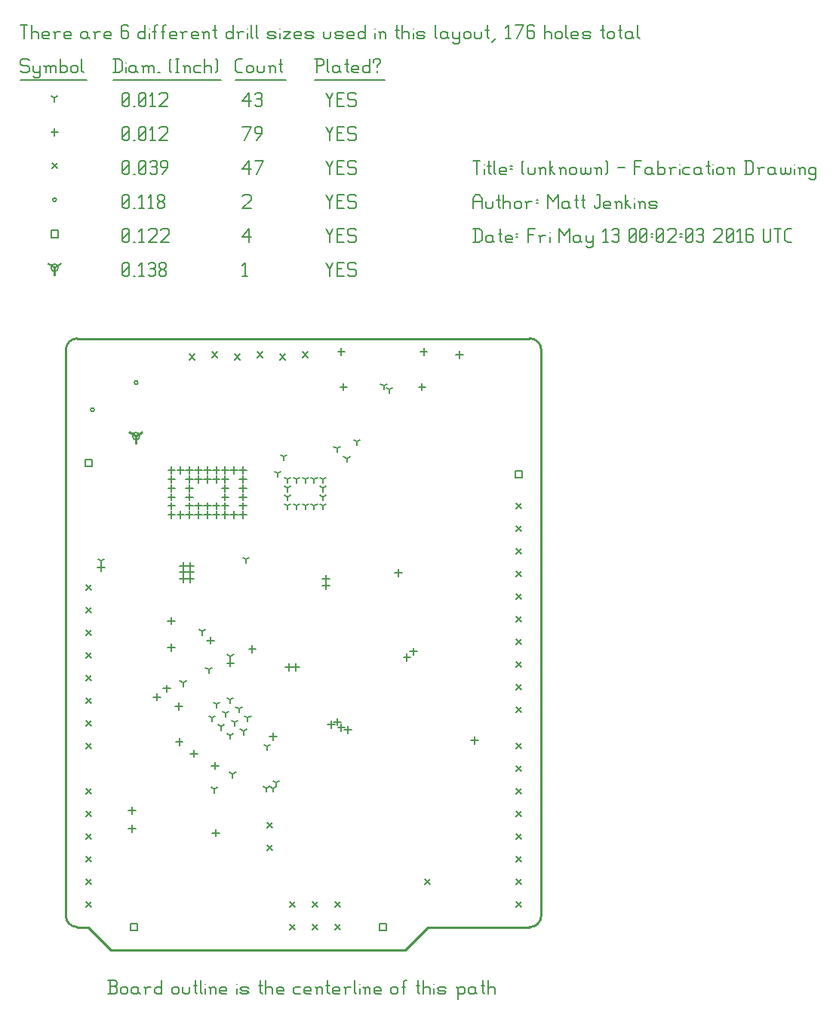
<source format=gbr>
G04 start of page 11 for group -3984 idx -3984 *
G04 Title: (unknown), fab *
G04 Creator: pcb 1.99z *
G04 CreationDate: Fri May 13 00:02:03 2016 UTC *
G04 For: matt *
G04 Format: Gerber/RS-274X *
G04 PCB-Dimensions (mil): 2500.00 3000.00 *
G04 PCB-Coordinate-Origin: lower left *
%MOIN*%
%FSLAX25Y25*%
%LNFAB*%
%ADD77C,0.0100*%
%ADD76C,0.0075*%
%ADD75C,0.0060*%
%ADD74C,0.0001*%
%ADD73R,0.0080X0.0080*%
G54D73*X51000Y236878D02*Y233678D01*
G54D74*G36*
X50454Y237025D02*X53920Y239024D01*
X54320Y238331D01*
X50853Y236332D01*
X50454Y237025D01*
G37*
G36*
X51147Y236332D02*X47680Y238331D01*
X48080Y239024D01*
X51546Y237025D01*
X51147Y236332D01*
G37*
G54D73*X49400Y236878D02*G75*G03X52600Y236878I1600J0D01*G01*
G75*G03X49400Y236878I-1600J0D01*G01*
X15000Y311250D02*Y308050D01*
G54D74*G36*
X14454Y311397D02*X17920Y313396D01*
X18320Y312703D01*
X14853Y310704D01*
X14454Y311397D01*
G37*
G36*
X15147Y310704D02*X11680Y312703D01*
X12080Y313396D01*
X15546Y311397D01*
X15147Y310704D01*
G37*
G54D73*X13400Y311250D02*G75*G03X16600Y311250I1600J0D01*G01*
G75*G03X13400Y311250I-1600J0D01*G01*
G54D75*X135000Y313500D02*X136500Y310500D01*
X138000Y313500D01*
X136500Y310500D02*Y307500D01*
X139800Y310800D02*X142050D01*
X139800Y307500D02*X142800D01*
X139800Y313500D02*Y307500D01*
Y313500D02*X142800D01*
X147600D02*X148350Y312750D01*
X145350Y313500D02*X147600D01*
X144600Y312750D02*X145350Y313500D01*
X144600Y312750D02*Y311250D01*
X145350Y310500D01*
X147600D01*
X148350Y309750D01*
Y308250D01*
X147600Y307500D02*X148350Y308250D01*
X145350Y307500D02*X147600D01*
X144600Y308250D02*X145350Y307500D01*
X98000Y312300D02*X99200Y313500D01*
Y307500D01*
X98000D02*X100250D01*
X45000Y308250D02*X45750Y307500D01*
X45000Y312750D02*Y308250D01*
Y312750D02*X45750Y313500D01*
X47250D01*
X48000Y312750D01*
Y308250D01*
X47250Y307500D02*X48000Y308250D01*
X45750Y307500D02*X47250D01*
X45000Y309000D02*X48000Y312000D01*
X49800Y307500D02*X50550D01*
X52350Y312300D02*X53550Y313500D01*
Y307500D01*
X52350D02*X54600D01*
X56400Y312750D02*X57150Y313500D01*
X58650D01*
X59400Y312750D01*
X58650Y307500D02*X59400Y308250D01*
X57150Y307500D02*X58650D01*
X56400Y308250D02*X57150Y307500D01*
Y310800D02*X58650D01*
X59400Y312750D02*Y311550D01*
Y310050D02*Y308250D01*
Y310050D02*X58650Y310800D01*
X59400Y311550D02*X58650Y310800D01*
X61200Y308250D02*X61950Y307500D01*
X61200Y309450D02*Y308250D01*
Y309450D02*X62250Y310500D01*
X63150D01*
X64200Y309450D01*
Y308250D01*
X63450Y307500D02*X64200Y308250D01*
X61950Y307500D02*X63450D01*
X61200Y311550D02*X62250Y310500D01*
X61200Y312750D02*Y311550D01*
Y312750D02*X61950Y313500D01*
X63450D01*
X64200Y312750D01*
Y311550D01*
X63150Y310500D02*X64200Y311550D01*
X218400Y221600D02*X221600D01*
X218400D02*Y218400D01*
X221600D01*
Y221600D02*Y218400D01*
X158400Y21600D02*X161600D01*
X158400D02*Y18400D01*
X161600D01*
Y21600D02*Y18400D01*
X48400Y21600D02*X51600D01*
X48400D02*Y18400D01*
X51600D01*
Y21600D02*Y18400D01*
X28400Y226600D02*X31600D01*
X28400D02*Y223400D01*
X31600D01*
Y226600D02*Y223400D01*
X13400Y327850D02*X16600D01*
X13400D02*Y324650D01*
X16600D01*
Y327850D02*Y324650D01*
X135000Y328500D02*X136500Y325500D01*
X138000Y328500D01*
X136500Y325500D02*Y322500D01*
X139800Y325800D02*X142050D01*
X139800Y322500D02*X142800D01*
X139800Y328500D02*Y322500D01*
Y328500D02*X142800D01*
X147600D02*X148350Y327750D01*
X145350Y328500D02*X147600D01*
X144600Y327750D02*X145350Y328500D01*
X144600Y327750D02*Y326250D01*
X145350Y325500D01*
X147600D01*
X148350Y324750D01*
Y323250D01*
X147600Y322500D02*X148350Y323250D01*
X145350Y322500D02*X147600D01*
X144600Y323250D02*X145350Y322500D01*
X98000Y324750D02*X101000Y328500D01*
X98000Y324750D02*X101750D01*
X101000Y328500D02*Y322500D01*
X45000Y323250D02*X45750Y322500D01*
X45000Y327750D02*Y323250D01*
Y327750D02*X45750Y328500D01*
X47250D01*
X48000Y327750D01*
Y323250D01*
X47250Y322500D02*X48000Y323250D01*
X45750Y322500D02*X47250D01*
X45000Y324000D02*X48000Y327000D01*
X49800Y322500D02*X50550D01*
X52350Y327300D02*X53550Y328500D01*
Y322500D01*
X52350D02*X54600D01*
X56400Y327750D02*X57150Y328500D01*
X59400D01*
X60150Y327750D01*
Y326250D01*
X56400Y322500D02*X60150Y326250D01*
X56400Y322500D02*X60150D01*
X61950Y327750D02*X62700Y328500D01*
X64950D01*
X65700Y327750D01*
Y326250D01*
X61950Y322500D02*X65700Y326250D01*
X61950Y322500D02*X65700D01*
X30909Y248492D02*G75*G03X32509Y248492I800J0D01*G01*
G75*G03X30909Y248492I-800J0D01*G01*
X50200Y260500D02*G75*G03X51800Y260500I800J0D01*G01*
G75*G03X50200Y260500I-800J0D01*G01*
X14200Y341250D02*G75*G03X15800Y341250I800J0D01*G01*
G75*G03X14200Y341250I-800J0D01*G01*
X135000Y343500D02*X136500Y340500D01*
X138000Y343500D01*
X136500Y340500D02*Y337500D01*
X139800Y340800D02*X142050D01*
X139800Y337500D02*X142800D01*
X139800Y343500D02*Y337500D01*
Y343500D02*X142800D01*
X147600D02*X148350Y342750D01*
X145350Y343500D02*X147600D01*
X144600Y342750D02*X145350Y343500D01*
X144600Y342750D02*Y341250D01*
X145350Y340500D01*
X147600D01*
X148350Y339750D01*
Y338250D01*
X147600Y337500D02*X148350Y338250D01*
X145350Y337500D02*X147600D01*
X144600Y338250D02*X145350Y337500D01*
X98000Y342750D02*X98750Y343500D01*
X101000D01*
X101750Y342750D01*
Y341250D01*
X98000Y337500D02*X101750Y341250D01*
X98000Y337500D02*X101750D01*
X45000Y338250D02*X45750Y337500D01*
X45000Y342750D02*Y338250D01*
Y342750D02*X45750Y343500D01*
X47250D01*
X48000Y342750D01*
Y338250D01*
X47250Y337500D02*X48000Y338250D01*
X45750Y337500D02*X47250D01*
X45000Y339000D02*X48000Y342000D01*
X49800Y337500D02*X50550D01*
X52350Y342300D02*X53550Y343500D01*
Y337500D01*
X52350D02*X54600D01*
X56400Y342300D02*X57600Y343500D01*
Y337500D01*
X56400D02*X58650D01*
X60450Y338250D02*X61200Y337500D01*
X60450Y339450D02*Y338250D01*
Y339450D02*X61500Y340500D01*
X62400D01*
X63450Y339450D01*
Y338250D01*
X62700Y337500D02*X63450Y338250D01*
X61200Y337500D02*X62700D01*
X60450Y341550D02*X61500Y340500D01*
X60450Y342750D02*Y341550D01*
Y342750D02*X61200Y343500D01*
X62700D01*
X63450Y342750D01*
Y341550D01*
X62400Y340500D02*X63450Y341550D01*
X28800Y81200D02*X31200Y78800D01*
X28800D02*X31200Y81200D01*
X28800Y71200D02*X31200Y68800D01*
X28800D02*X31200Y71200D01*
X28800Y61200D02*X31200Y58800D01*
X28800D02*X31200Y61200D01*
X28800Y51200D02*X31200Y48800D01*
X28800D02*X31200Y51200D01*
X28800Y41200D02*X31200Y38800D01*
X28800D02*X31200Y41200D01*
X28800Y31200D02*X31200Y28800D01*
X28800D02*X31200Y31200D01*
X138800D02*X141200Y28800D01*
X138800D02*X141200Y31200D01*
X138800Y21200D02*X141200Y18800D01*
X138800D02*X141200Y21200D01*
X128800Y31200D02*X131200Y28800D01*
X128800D02*X131200Y31200D01*
X128800Y21200D02*X131200Y18800D01*
X128800D02*X131200Y21200D01*
X118800Y31200D02*X121200Y28800D01*
X118800D02*X121200Y31200D01*
X118800Y21200D02*X121200Y18800D01*
X118800D02*X121200Y21200D01*
X28800Y171200D02*X31200Y168800D01*
X28800D02*X31200Y171200D01*
X28800Y161200D02*X31200Y158800D01*
X28800D02*X31200Y161200D01*
X28800Y151200D02*X31200Y148800D01*
X28800D02*X31200Y151200D01*
X28800Y141200D02*X31200Y138800D01*
X28800D02*X31200Y141200D01*
X28800Y131200D02*X31200Y128800D01*
X28800D02*X31200Y131200D01*
X28800Y121200D02*X31200Y118800D01*
X28800D02*X31200Y121200D01*
X28800Y111200D02*X31200Y108800D01*
X28800D02*X31200Y111200D01*
X28800Y101200D02*X31200Y98800D01*
X28800D02*X31200Y101200D01*
X218800Y31200D02*X221200Y28800D01*
X218800D02*X221200Y31200D01*
X218800Y41200D02*X221200Y38800D01*
X218800D02*X221200Y41200D01*
X218800Y51200D02*X221200Y48800D01*
X218800D02*X221200Y51200D01*
X218800Y61200D02*X221200Y58800D01*
X218800D02*X221200Y61200D01*
X218800Y71200D02*X221200Y68800D01*
X218800D02*X221200Y71200D01*
X218800Y81200D02*X221200Y78800D01*
X218800D02*X221200Y81200D01*
X218800Y91200D02*X221200Y88800D01*
X218800D02*X221200Y91200D01*
X218800Y101200D02*X221200Y98800D01*
X218800D02*X221200Y101200D01*
X124587Y274035D02*X126987Y271635D01*
X124587D02*X126987Y274035D01*
X114587Y273035D02*X116987Y270635D01*
X114587D02*X116987Y273035D01*
X104587Y274035D02*X106987Y271635D01*
X104587D02*X106987Y274035D01*
X94587Y273035D02*X96987Y270635D01*
X94587D02*X96987Y273035D01*
X84587Y274035D02*X86987Y271635D01*
X84587D02*X86987Y274035D01*
X74587Y273035D02*X76987Y270635D01*
X74587D02*X76987Y273035D01*
X218800Y117200D02*X221200Y114800D01*
X218800D02*X221200Y117200D01*
X218800Y127200D02*X221200Y124800D01*
X218800D02*X221200Y127200D01*
X218800Y137200D02*X221200Y134800D01*
X218800D02*X221200Y137200D01*
X218800Y147200D02*X221200Y144800D01*
X218800D02*X221200Y147200D01*
X218800Y157200D02*X221200Y154800D01*
X218800D02*X221200Y157200D01*
X218800Y167200D02*X221200Y164800D01*
X218800D02*X221200Y167200D01*
X218800Y177200D02*X221200Y174800D01*
X218800D02*X221200Y177200D01*
X218800Y187200D02*X221200Y184800D01*
X218800D02*X221200Y187200D01*
X218800Y197200D02*X221200Y194800D01*
X218800D02*X221200Y197200D01*
X218800Y207200D02*X221200Y204800D01*
X218800D02*X221200Y207200D01*
X178540Y41086D02*X180940Y38686D01*
X178540D02*X180940Y41086D01*
X108800Y66200D02*X111200Y63800D01*
X108800D02*X111200Y66200D01*
X108800Y56200D02*X111200Y53800D01*
X108800D02*X111200Y56200D01*
X13800Y357450D02*X16200Y355050D01*
X13800D02*X16200Y357450D01*
X135000Y358500D02*X136500Y355500D01*
X138000Y358500D01*
X136500Y355500D02*Y352500D01*
X139800Y355800D02*X142050D01*
X139800Y352500D02*X142800D01*
X139800Y358500D02*Y352500D01*
Y358500D02*X142800D01*
X147600D02*X148350Y357750D01*
X145350Y358500D02*X147600D01*
X144600Y357750D02*X145350Y358500D01*
X144600Y357750D02*Y356250D01*
X145350Y355500D01*
X147600D01*
X148350Y354750D01*
Y353250D01*
X147600Y352500D02*X148350Y353250D01*
X145350Y352500D02*X147600D01*
X144600Y353250D02*X145350Y352500D01*
X98000Y354750D02*X101000Y358500D01*
X98000Y354750D02*X101750D01*
X101000Y358500D02*Y352500D01*
X104300D02*X107300Y358500D01*
X103550D02*X107300D01*
X45000Y353250D02*X45750Y352500D01*
X45000Y357750D02*Y353250D01*
Y357750D02*X45750Y358500D01*
X47250D01*
X48000Y357750D01*
Y353250D01*
X47250Y352500D02*X48000Y353250D01*
X45750Y352500D02*X47250D01*
X45000Y354000D02*X48000Y357000D01*
X49800Y352500D02*X50550D01*
X52350Y353250D02*X53100Y352500D01*
X52350Y357750D02*Y353250D01*
Y357750D02*X53100Y358500D01*
X54600D01*
X55350Y357750D01*
Y353250D01*
X54600Y352500D02*X55350Y353250D01*
X53100Y352500D02*X54600D01*
X52350Y354000D02*X55350Y357000D01*
X57150Y357750D02*X57900Y358500D01*
X59400D01*
X60150Y357750D01*
X59400Y352500D02*X60150Y353250D01*
X57900Y352500D02*X59400D01*
X57150Y353250D02*X57900Y352500D01*
Y355800D02*X59400D01*
X60150Y357750D02*Y356550D01*
Y355050D02*Y353250D01*
Y355050D02*X59400Y355800D01*
X60150Y356550D02*X59400Y355800D01*
X62700Y352500D02*X64950Y355500D01*
Y357750D02*Y355500D01*
X64200Y358500D02*X64950Y357750D01*
X62700Y358500D02*X64200D01*
X61950Y357750D02*X62700Y358500D01*
X61950Y357750D02*Y356250D01*
X62700Y355500D01*
X64950D01*
X92717Y138214D02*Y135014D01*
X91117Y136614D02*X94317D01*
X85827Y92939D02*Y89739D01*
X84227Y91339D02*X87427D01*
X111614Y105734D02*Y102534D01*
X110014Y104134D02*X113214D01*
X200591Y104159D02*Y100959D01*
X198991Y102559D02*X202191D01*
X144488Y108687D02*Y105487D01*
X142888Y107087D02*X146088D01*
X141732Y109868D02*Y106668D01*
X140132Y108268D02*X143332D01*
X137205Y111049D02*Y107849D01*
X135605Y109449D02*X138805D01*
X49213Y73057D02*Y69857D01*
X47613Y71457D02*X50813D01*
X49213Y65183D02*Y61983D01*
X47613Y63583D02*X50813D01*
X118504Y136443D02*Y133243D01*
X116904Y134843D02*X120104D01*
X121654Y136443D02*Y133243D01*
X120054Y134843D02*X123254D01*
X69882Y119120D02*Y115920D01*
X68282Y117520D02*X71482D01*
X193898Y274435D02*Y271235D01*
X192298Y272835D02*X195498D01*
X60236Y123254D02*Y120054D01*
X58636Y121654D02*X61836D01*
X142717Y260261D02*Y257061D01*
X141117Y258661D02*X144317D01*
X177362Y260261D02*Y257061D01*
X175762Y258661D02*X178962D01*
X66535Y156915D02*Y153715D01*
X64935Y155315D02*X68135D01*
X64567Y126994D02*Y123794D01*
X62967Y125394D02*X66167D01*
X83858Y148254D02*Y145054D01*
X82258Y146654D02*X85458D01*
X66535Y145104D02*Y141904D01*
X64935Y143504D02*X68135D01*
X86220Y63214D02*Y60014D01*
X84620Y61614D02*X87820D01*
X173622Y143332D02*Y140132D01*
X172022Y141732D02*X175222D01*
X170669Y140773D02*Y137573D01*
X169069Y139173D02*X172269D01*
X74803Y178313D02*Y175113D01*
X73203Y176713D02*X76403D01*
X74803Y181265D02*Y178065D01*
X73203Y179665D02*X76403D01*
X74803Y175360D02*Y172160D01*
X73203Y173760D02*X76403D01*
X71850Y178313D02*Y175113D01*
X70250Y176713D02*X73450D01*
X71850Y181265D02*Y178065D01*
X70250Y179665D02*X73450D01*
X71850Y175360D02*Y172160D01*
X70250Y173760D02*X73450D01*
X166929Y178175D02*Y174975D01*
X165329Y176575D02*X168529D01*
X35630Y180340D02*Y177140D01*
X34030Y178740D02*X37230D01*
X134843Y175419D02*Y172219D01*
X133243Y173819D02*X136443D01*
X134843Y172466D02*Y169266D01*
X133243Y170866D02*X136443D01*
X76575Y98254D02*Y95054D01*
X74975Y96654D02*X78175D01*
X70079Y103372D02*Y100172D01*
X68479Y101772D02*X71679D01*
X102362Y144513D02*Y141313D01*
X100762Y142913D02*X103962D01*
X74606Y211580D02*Y208380D01*
X73006Y209980D02*X76206D01*
X74606Y215517D02*Y212317D01*
X73006Y213917D02*X76206D01*
X74606Y219454D02*Y216254D01*
X73006Y217854D02*X76206D01*
X78543Y219454D02*Y216254D01*
X76943Y217854D02*X80143D01*
X82480Y219454D02*Y216254D01*
X80880Y217854D02*X84080D01*
X86417Y219454D02*Y216254D01*
X84817Y217854D02*X88017D01*
X90354Y219454D02*Y216254D01*
X88754Y217854D02*X91954D01*
X90354Y215517D02*Y212317D01*
X88754Y213917D02*X91954D01*
X90354Y211580D02*Y208380D01*
X88754Y209980D02*X91954D01*
X90354Y207643D02*Y204443D01*
X88754Y206043D02*X91954D01*
X86417Y207643D02*Y204443D01*
X84817Y206043D02*X88017D01*
X82480Y207643D02*Y204443D01*
X80880Y206043D02*X84080D01*
X78543Y207643D02*Y204443D01*
X76943Y206043D02*X80143D01*
X74606Y207643D02*Y204443D01*
X73006Y206043D02*X76206D01*
X82480Y223391D02*Y220191D01*
X80880Y221791D02*X84080D01*
X86417Y223391D02*Y220191D01*
X84817Y221791D02*X88017D01*
X90354Y223391D02*Y220191D01*
X88754Y221791D02*X91954D01*
X94291Y223391D02*Y220191D01*
X92691Y221791D02*X95891D01*
X98228Y223391D02*Y220191D01*
X96628Y221791D02*X99828D01*
X98228Y219454D02*Y216254D01*
X96628Y217854D02*X99828D01*
X98228Y215517D02*Y212317D01*
X96628Y213917D02*X99828D01*
X98228Y211580D02*Y208380D01*
X96628Y209980D02*X99828D01*
X98228Y207643D02*Y204443D01*
X96628Y206043D02*X99828D01*
X98228Y203706D02*Y200506D01*
X96628Y202106D02*X99828D01*
X94291Y203706D02*Y200506D01*
X92691Y202106D02*X95891D01*
X90354Y203706D02*Y200506D01*
X88754Y202106D02*X91954D01*
X86417Y203706D02*Y200506D01*
X84817Y202106D02*X88017D01*
X82480Y203706D02*Y200506D01*
X80880Y202106D02*X84080D01*
X78543Y203706D02*Y200506D01*
X76943Y202106D02*X80143D01*
X74606Y203706D02*Y200506D01*
X73006Y202106D02*X76206D01*
X70669Y203706D02*Y200506D01*
X69069Y202106D02*X72269D01*
X66732Y203706D02*Y200506D01*
X65132Y202106D02*X68332D01*
X78543Y223391D02*Y220191D01*
X76943Y221791D02*X80143D01*
X74606Y223391D02*Y220191D01*
X73006Y221791D02*X76206D01*
X70669Y223391D02*Y220191D01*
X69069Y221791D02*X72269D01*
X66732Y223391D02*Y220191D01*
X65132Y221791D02*X68332D01*
X66732Y219454D02*Y216254D01*
X65132Y217854D02*X68332D01*
X66732Y215517D02*Y212317D01*
X65132Y213917D02*X68332D01*
X66732Y211580D02*Y208380D01*
X65132Y209980D02*X68332D01*
X66732Y207643D02*Y204443D01*
X65132Y206043D02*X68332D01*
X139961Y112230D02*Y109030D01*
X138361Y110630D02*X141561D01*
X178130Y275793D02*Y272593D01*
X176530Y274193D02*X179730D01*
X141732Y275813D02*Y272613D01*
X140132Y274213D02*X143332D01*
X15000Y372850D02*Y369650D01*
X13400Y371250D02*X16600D01*
X135000Y373500D02*X136500Y370500D01*
X138000Y373500D01*
X136500Y370500D02*Y367500D01*
X139800Y370800D02*X142050D01*
X139800Y367500D02*X142800D01*
X139800Y373500D02*Y367500D01*
Y373500D02*X142800D01*
X147600D02*X148350Y372750D01*
X145350Y373500D02*X147600D01*
X144600Y372750D02*X145350Y373500D01*
X144600Y372750D02*Y371250D01*
X145350Y370500D01*
X147600D01*
X148350Y369750D01*
Y368250D01*
X147600Y367500D02*X148350Y368250D01*
X145350Y367500D02*X147600D01*
X144600Y368250D02*X145350Y367500D01*
X98750D02*X101750Y373500D01*
X98000D02*X101750D01*
X104300Y367500D02*X106550Y370500D01*
Y372750D02*Y370500D01*
X105800Y373500D02*X106550Y372750D01*
X104300Y373500D02*X105800D01*
X103550Y372750D02*X104300Y373500D01*
X103550Y372750D02*Y371250D01*
X104300Y370500D01*
X106550D01*
X45000Y368250D02*X45750Y367500D01*
X45000Y372750D02*Y368250D01*
Y372750D02*X45750Y373500D01*
X47250D01*
X48000Y372750D01*
Y368250D01*
X47250Y367500D02*X48000Y368250D01*
X45750Y367500D02*X47250D01*
X45000Y369000D02*X48000Y372000D01*
X49800Y367500D02*X50550D01*
X52350Y368250D02*X53100Y367500D01*
X52350Y372750D02*Y368250D01*
Y372750D02*X53100Y373500D01*
X54600D01*
X55350Y372750D01*
Y368250D01*
X54600Y367500D02*X55350Y368250D01*
X53100Y367500D02*X54600D01*
X52350Y369000D02*X55350Y372000D01*
X57150Y372300D02*X58350Y373500D01*
Y367500D01*
X57150D02*X59400D01*
X61200Y372750D02*X61950Y373500D01*
X64200D01*
X64950Y372750D01*
Y371250D01*
X61200Y367500D02*X64950Y371250D01*
X61200Y367500D02*X64950D01*
X35630Y181693D02*Y180093D01*
Y181693D02*X37017Y182493D01*
X35630Y181693D02*X34243Y182493D01*
X92717Y139567D02*Y137967D01*
Y139567D02*X94103Y140367D01*
X92717Y139567D02*X91330Y140367D01*
X108858Y99803D02*Y98203D01*
Y99803D02*X110245Y100603D01*
X108858Y99803D02*X107472Y100603D01*
X108465Y81299D02*Y79699D01*
Y81299D02*X109851Y82099D01*
X108465Y81299D02*X107078Y82099D01*
X111417Y81299D02*Y79699D01*
Y81299D02*X112804Y82099D01*
X111417Y81299D02*X110031Y82099D01*
X112992Y83858D02*Y82258D01*
Y83858D02*X114379Y84658D01*
X112992Y83858D02*X111605Y84658D01*
X85630Y80906D02*Y79306D01*
Y80906D02*X87017Y81706D01*
X85630Y80906D02*X84243Y81706D01*
X113583Y220472D02*Y218872D01*
Y220472D02*X114969Y221272D01*
X113583Y220472D02*X112196Y221272D01*
X99606Y182480D02*Y180880D01*
Y182480D02*X100993Y183280D01*
X99606Y182480D02*X98220Y183280D01*
X90531Y114469D02*Y112869D01*
Y114469D02*X91918Y115269D01*
X90531Y114469D02*X89145Y115269D01*
X86594Y118406D02*Y116806D01*
Y118406D02*X87981Y119206D01*
X86594Y118406D02*X85208Y119206D01*
X94469Y110531D02*Y108931D01*
Y110531D02*X95855Y111331D01*
X94469Y110531D02*X93082Y111331D01*
X98406Y106594D02*Y104994D01*
Y106594D02*X99792Y107394D01*
X98406Y106594D02*X97019Y107394D01*
X100374Y112500D02*Y110900D01*
Y112500D02*X101761Y113300D01*
X100374Y112500D02*X98987Y113300D01*
X96437Y116437D02*Y114837D01*
Y116437D02*X97824Y117237D01*
X96437Y116437D02*X95050Y117237D01*
X92500Y120374D02*Y118774D01*
Y120374D02*X93887Y121174D01*
X92500Y120374D02*X91113Y121174D01*
X84626Y112500D02*Y110900D01*
Y112500D02*X86013Y113300D01*
X84626Y112500D02*X83239Y113300D01*
X88563Y108563D02*Y106963D01*
Y108563D02*X89950Y109363D01*
X88563Y108563D02*X87176Y109363D01*
X92500Y104626D02*Y103026D01*
Y104626D02*X93887Y105426D01*
X92500Y104626D02*X91113Y105426D01*
X117913Y209980D02*Y208380D01*
Y209980D02*X119300Y210780D01*
X117913Y209980D02*X116527Y210780D01*
X117913Y213917D02*Y212317D01*
Y213917D02*X119300Y214717D01*
X117913Y213917D02*X116527Y214717D01*
X117913Y217854D02*Y216254D01*
Y217854D02*X119300Y218654D01*
X117913Y217854D02*X116527Y218654D01*
X121850Y217854D02*Y216254D01*
Y217854D02*X123237Y218654D01*
X121850Y217854D02*X120464Y218654D01*
X125787Y217854D02*Y216254D01*
Y217854D02*X127174Y218654D01*
X125787Y217854D02*X124401Y218654D01*
X129724Y217854D02*Y216254D01*
Y217854D02*X131111Y218654D01*
X129724Y217854D02*X128338Y218654D01*
X133661Y217854D02*Y216254D01*
Y217854D02*X135048Y218654D01*
X133661Y217854D02*X132275Y218654D01*
X133661Y213917D02*Y212317D01*
Y213917D02*X135048Y214717D01*
X133661Y213917D02*X132275Y214717D01*
X133661Y209980D02*Y208380D01*
Y209980D02*X135048Y210780D01*
X133661Y209980D02*X132275Y210780D01*
X133661Y206043D02*Y204443D01*
Y206043D02*X135048Y206843D01*
X133661Y206043D02*X132275Y206843D01*
X129724Y206043D02*Y204443D01*
Y206043D02*X131111Y206843D01*
X129724Y206043D02*X128338Y206843D01*
X125787Y206043D02*Y204443D01*
Y206043D02*X127174Y206843D01*
X125787Y206043D02*X124401Y206843D01*
X121850Y206043D02*Y204443D01*
Y206043D02*X123237Y206843D01*
X121850Y206043D02*X120464Y206843D01*
X117913Y206043D02*Y204443D01*
Y206043D02*X119300Y206843D01*
X117913Y206043D02*X116527Y206843D01*
X139764Y231496D02*Y229896D01*
Y231496D02*X141150Y232296D01*
X139764Y231496D02*X138377Y232296D01*
X116142Y227756D02*Y226156D01*
Y227756D02*X117528Y228556D01*
X116142Y227756D02*X114755Y228556D01*
X144094Y226969D02*Y225369D01*
Y226969D02*X145481Y227769D01*
X144094Y226969D02*X142708Y227769D01*
X148622Y234449D02*Y232849D01*
Y234449D02*X150009Y235249D01*
X148622Y234449D02*X147235Y235249D01*
X83071Y133858D02*Y132258D01*
Y133858D02*X84458Y134658D01*
X83071Y133858D02*X81684Y134658D01*
X80315Y150591D02*Y148991D01*
Y150591D02*X81702Y151391D01*
X80315Y150591D02*X78928Y151391D01*
X71740Y127886D02*Y126286D01*
Y127886D02*X73127Y128686D01*
X71740Y127886D02*X70353Y128686D01*
X162992Y257480D02*Y255880D01*
Y257480D02*X164379Y258280D01*
X162992Y257480D02*X161605Y258280D01*
X160433Y259055D02*Y257455D01*
Y259055D02*X161820Y259855D01*
X160433Y259055D02*X159046Y259855D01*
X93701Y87598D02*Y85998D01*
Y87598D02*X95087Y88398D01*
X93701Y87598D02*X92314Y88398D01*
X15000Y386250D02*Y384650D01*
Y386250D02*X16387Y387050D01*
X15000Y386250D02*X13613Y387050D01*
X135000Y388500D02*X136500Y385500D01*
X138000Y388500D01*
X136500Y385500D02*Y382500D01*
X139800Y385800D02*X142050D01*
X139800Y382500D02*X142800D01*
X139800Y388500D02*Y382500D01*
Y388500D02*X142800D01*
X147600D02*X148350Y387750D01*
X145350Y388500D02*X147600D01*
X144600Y387750D02*X145350Y388500D01*
X144600Y387750D02*Y386250D01*
X145350Y385500D01*
X147600D01*
X148350Y384750D01*
Y383250D01*
X147600Y382500D02*X148350Y383250D01*
X145350Y382500D02*X147600D01*
X144600Y383250D02*X145350Y382500D01*
X98000Y384750D02*X101000Y388500D01*
X98000Y384750D02*X101750D01*
X101000Y388500D02*Y382500D01*
X103550Y387750D02*X104300Y388500D01*
X105800D01*
X106550Y387750D01*
X105800Y382500D02*X106550Y383250D01*
X104300Y382500D02*X105800D01*
X103550Y383250D02*X104300Y382500D01*
Y385800D02*X105800D01*
X106550Y387750D02*Y386550D01*
Y385050D02*Y383250D01*
Y385050D02*X105800Y385800D01*
X106550Y386550D02*X105800Y385800D01*
X45000Y383250D02*X45750Y382500D01*
X45000Y387750D02*Y383250D01*
Y387750D02*X45750Y388500D01*
X47250D01*
X48000Y387750D01*
Y383250D01*
X47250Y382500D02*X48000Y383250D01*
X45750Y382500D02*X47250D01*
X45000Y384000D02*X48000Y387000D01*
X49800Y382500D02*X50550D01*
X52350Y383250D02*X53100Y382500D01*
X52350Y387750D02*Y383250D01*
Y387750D02*X53100Y388500D01*
X54600D01*
X55350Y387750D01*
Y383250D01*
X54600Y382500D02*X55350Y383250D01*
X53100Y382500D02*X54600D01*
X52350Y384000D02*X55350Y387000D01*
X57150Y387300D02*X58350Y388500D01*
Y382500D01*
X57150D02*X59400D01*
X61200Y387750D02*X61950Y388500D01*
X64200D01*
X64950Y387750D01*
Y386250D01*
X61200Y382500D02*X64950Y386250D01*
X61200Y382500D02*X64950D01*
X3000Y403500D02*X3750Y402750D01*
X750Y403500D02*X3000D01*
X0Y402750D02*X750Y403500D01*
X0Y402750D02*Y401250D01*
X750Y400500D01*
X3000D01*
X3750Y399750D01*
Y398250D01*
X3000Y397500D02*X3750Y398250D01*
X750Y397500D02*X3000D01*
X0Y398250D02*X750Y397500D01*
X5550Y400500D02*Y398250D01*
X6300Y397500D01*
X8550Y400500D02*Y396000D01*
X7800Y395250D02*X8550Y396000D01*
X6300Y395250D02*X7800D01*
X5550Y396000D02*X6300Y395250D01*
Y397500D02*X7800D01*
X8550Y398250D01*
X11100Y399750D02*Y397500D01*
Y399750D02*X11850Y400500D01*
X12600D01*
X13350Y399750D01*
Y397500D01*
Y399750D02*X14100Y400500D01*
X14850D01*
X15600Y399750D01*
Y397500D01*
X10350Y400500D02*X11100Y399750D01*
X17400Y403500D02*Y397500D01*
Y398250D02*X18150Y397500D01*
X19650D01*
X20400Y398250D01*
Y399750D02*Y398250D01*
X19650Y400500D02*X20400Y399750D01*
X18150Y400500D02*X19650D01*
X17400Y399750D02*X18150Y400500D01*
X22200Y399750D02*Y398250D01*
Y399750D02*X22950Y400500D01*
X24450D01*
X25200Y399750D01*
Y398250D01*
X24450Y397500D02*X25200Y398250D01*
X22950Y397500D02*X24450D01*
X22200Y398250D02*X22950Y397500D01*
X27000Y403500D02*Y398250D01*
X27750Y397500D01*
X0Y394250D02*X29250D01*
X41750Y403500D02*Y397500D01*
X43700Y403500D02*X44750Y402450D01*
Y398550D01*
X43700Y397500D02*X44750Y398550D01*
X41000Y397500D02*X43700D01*
X41000Y403500D02*X43700D01*
G54D76*X46550Y402000D02*Y401850D01*
G54D75*Y399750D02*Y397500D01*
X50300Y400500D02*X51050Y399750D01*
X48800Y400500D02*X50300D01*
X48050Y399750D02*X48800Y400500D01*
X48050Y399750D02*Y398250D01*
X48800Y397500D01*
X51050Y400500D02*Y398250D01*
X51800Y397500D01*
X48800D02*X50300D01*
X51050Y398250D01*
X54350Y399750D02*Y397500D01*
Y399750D02*X55100Y400500D01*
X55850D01*
X56600Y399750D01*
Y397500D01*
Y399750D02*X57350Y400500D01*
X58100D01*
X58850Y399750D01*
Y397500D01*
X53600Y400500D02*X54350Y399750D01*
X60650Y397500D02*X61400D01*
X65900Y398250D02*X66650Y397500D01*
X65900Y402750D02*X66650Y403500D01*
X65900Y402750D02*Y398250D01*
X68450Y403500D02*X69950D01*
X69200D02*Y397500D01*
X68450D02*X69950D01*
X72500Y399750D02*Y397500D01*
Y399750D02*X73250Y400500D01*
X74000D01*
X74750Y399750D01*
Y397500D01*
X71750Y400500D02*X72500Y399750D01*
X77300Y400500D02*X79550D01*
X76550Y399750D02*X77300Y400500D01*
X76550Y399750D02*Y398250D01*
X77300Y397500D01*
X79550D01*
X81350Y403500D02*Y397500D01*
Y399750D02*X82100Y400500D01*
X83600D01*
X84350Y399750D01*
Y397500D01*
X86150Y403500D02*X86900Y402750D01*
Y398250D01*
X86150Y397500D02*X86900Y398250D01*
X41000Y394250D02*X88700D01*
X96050Y397500D02*X98000D01*
X95000Y398550D02*X96050Y397500D01*
X95000Y402450D02*Y398550D01*
Y402450D02*X96050Y403500D01*
X98000D01*
X99800Y399750D02*Y398250D01*
Y399750D02*X100550Y400500D01*
X102050D01*
X102800Y399750D01*
Y398250D01*
X102050Y397500D02*X102800Y398250D01*
X100550Y397500D02*X102050D01*
X99800Y398250D02*X100550Y397500D01*
X104600Y400500D02*Y398250D01*
X105350Y397500D01*
X106850D01*
X107600Y398250D01*
Y400500D02*Y398250D01*
X110150Y399750D02*Y397500D01*
Y399750D02*X110900Y400500D01*
X111650D01*
X112400Y399750D01*
Y397500D01*
X109400Y400500D02*X110150Y399750D01*
X114950Y403500D02*Y398250D01*
X115700Y397500D01*
X114200Y401250D02*X115700D01*
X95000Y394250D02*X117200D01*
X130750Y403500D02*Y397500D01*
X130000Y403500D02*X133000D01*
X133750Y402750D01*
Y401250D01*
X133000Y400500D02*X133750Y401250D01*
X130750Y400500D02*X133000D01*
X135550Y403500D02*Y398250D01*
X136300Y397500D01*
X140050Y400500D02*X140800Y399750D01*
X138550Y400500D02*X140050D01*
X137800Y399750D02*X138550Y400500D01*
X137800Y399750D02*Y398250D01*
X138550Y397500D01*
X140800Y400500D02*Y398250D01*
X141550Y397500D01*
X138550D02*X140050D01*
X140800Y398250D01*
X144100Y403500D02*Y398250D01*
X144850Y397500D01*
X143350Y401250D02*X144850D01*
X147100Y397500D02*X149350D01*
X146350Y398250D02*X147100Y397500D01*
X146350Y399750D02*Y398250D01*
Y399750D02*X147100Y400500D01*
X148600D01*
X149350Y399750D01*
X146350Y399000D02*X149350D01*
Y399750D02*Y399000D01*
X154150Y403500D02*Y397500D01*
X153400D02*X154150Y398250D01*
X151900Y397500D02*X153400D01*
X151150Y398250D02*X151900Y397500D01*
X151150Y399750D02*Y398250D01*
Y399750D02*X151900Y400500D01*
X153400D01*
X154150Y399750D01*
X157450Y400500D02*Y399750D01*
Y398250D02*Y397500D01*
X155950Y402750D02*Y402000D01*
Y402750D02*X156700Y403500D01*
X158200D01*
X158950Y402750D01*
Y402000D01*
X157450Y400500D02*X158950Y402000D01*
X130000Y394250D02*X160750D01*
X0Y418500D02*X3000D01*
X1500D02*Y412500D01*
X4800Y418500D02*Y412500D01*
Y414750D02*X5550Y415500D01*
X7050D01*
X7800Y414750D01*
Y412500D01*
X10350D02*X12600D01*
X9600Y413250D02*X10350Y412500D01*
X9600Y414750D02*Y413250D01*
Y414750D02*X10350Y415500D01*
X11850D01*
X12600Y414750D01*
X9600Y414000D02*X12600D01*
Y414750D02*Y414000D01*
X15150Y414750D02*Y412500D01*
Y414750D02*X15900Y415500D01*
X17400D01*
X14400D02*X15150Y414750D01*
X19950Y412500D02*X22200D01*
X19200Y413250D02*X19950Y412500D01*
X19200Y414750D02*Y413250D01*
Y414750D02*X19950Y415500D01*
X21450D01*
X22200Y414750D01*
X19200Y414000D02*X22200D01*
Y414750D02*Y414000D01*
X28950Y415500D02*X29700Y414750D01*
X27450Y415500D02*X28950D01*
X26700Y414750D02*X27450Y415500D01*
X26700Y414750D02*Y413250D01*
X27450Y412500D01*
X29700Y415500D02*Y413250D01*
X30450Y412500D01*
X27450D02*X28950D01*
X29700Y413250D01*
X33000Y414750D02*Y412500D01*
Y414750D02*X33750Y415500D01*
X35250D01*
X32250D02*X33000Y414750D01*
X37800Y412500D02*X40050D01*
X37050Y413250D02*X37800Y412500D01*
X37050Y414750D02*Y413250D01*
Y414750D02*X37800Y415500D01*
X39300D01*
X40050Y414750D01*
X37050Y414000D02*X40050D01*
Y414750D02*Y414000D01*
X46800Y418500D02*X47550Y417750D01*
X45300Y418500D02*X46800D01*
X44550Y417750D02*X45300Y418500D01*
X44550Y417750D02*Y413250D01*
X45300Y412500D01*
X46800Y415800D02*X47550Y415050D01*
X44550Y415800D02*X46800D01*
X45300Y412500D02*X46800D01*
X47550Y413250D01*
Y415050D02*Y413250D01*
X55050Y418500D02*Y412500D01*
X54300D02*X55050Y413250D01*
X52800Y412500D02*X54300D01*
X52050Y413250D02*X52800Y412500D01*
X52050Y414750D02*Y413250D01*
Y414750D02*X52800Y415500D01*
X54300D01*
X55050Y414750D01*
G54D76*X56850Y417000D02*Y416850D01*
G54D75*Y414750D02*Y412500D01*
X59100Y417750D02*Y412500D01*
Y417750D02*X59850Y418500D01*
X60600D01*
X58350Y415500D02*X59850D01*
X62850Y417750D02*Y412500D01*
Y417750D02*X63600Y418500D01*
X64350D01*
X62100Y415500D02*X63600D01*
X66600Y412500D02*X68850D01*
X65850Y413250D02*X66600Y412500D01*
X65850Y414750D02*Y413250D01*
Y414750D02*X66600Y415500D01*
X68100D01*
X68850Y414750D01*
X65850Y414000D02*X68850D01*
Y414750D02*Y414000D01*
X71400Y414750D02*Y412500D01*
Y414750D02*X72150Y415500D01*
X73650D01*
X70650D02*X71400Y414750D01*
X76200Y412500D02*X78450D01*
X75450Y413250D02*X76200Y412500D01*
X75450Y414750D02*Y413250D01*
Y414750D02*X76200Y415500D01*
X77700D01*
X78450Y414750D01*
X75450Y414000D02*X78450D01*
Y414750D02*Y414000D01*
X81000Y414750D02*Y412500D01*
Y414750D02*X81750Y415500D01*
X82500D01*
X83250Y414750D01*
Y412500D01*
X80250Y415500D02*X81000Y414750D01*
X85800Y418500D02*Y413250D01*
X86550Y412500D01*
X85050Y416250D02*X86550D01*
X93750Y418500D02*Y412500D01*
X93000D02*X93750Y413250D01*
X91500Y412500D02*X93000D01*
X90750Y413250D02*X91500Y412500D01*
X90750Y414750D02*Y413250D01*
Y414750D02*X91500Y415500D01*
X93000D01*
X93750Y414750D01*
X96300D02*Y412500D01*
Y414750D02*X97050Y415500D01*
X98550D01*
X95550D02*X96300Y414750D01*
G54D76*X100350Y417000D02*Y416850D01*
G54D75*Y414750D02*Y412500D01*
X101850Y418500D02*Y413250D01*
X102600Y412500D01*
X104100Y418500D02*Y413250D01*
X104850Y412500D01*
X109800D02*X112050D01*
X112800Y413250D01*
X112050Y414000D02*X112800Y413250D01*
X109800Y414000D02*X112050D01*
X109050Y414750D02*X109800Y414000D01*
X109050Y414750D02*X109800Y415500D01*
X112050D01*
X112800Y414750D01*
X109050Y413250D02*X109800Y412500D01*
G54D76*X114600Y417000D02*Y416850D01*
G54D75*Y414750D02*Y412500D01*
X116100Y415500D02*X119100D01*
X116100Y412500D02*X119100Y415500D01*
X116100Y412500D02*X119100D01*
X121650D02*X123900D01*
X120900Y413250D02*X121650Y412500D01*
X120900Y414750D02*Y413250D01*
Y414750D02*X121650Y415500D01*
X123150D01*
X123900Y414750D01*
X120900Y414000D02*X123900D01*
Y414750D02*Y414000D01*
X126450Y412500D02*X128700D01*
X129450Y413250D01*
X128700Y414000D02*X129450Y413250D01*
X126450Y414000D02*X128700D01*
X125700Y414750D02*X126450Y414000D01*
X125700Y414750D02*X126450Y415500D01*
X128700D01*
X129450Y414750D01*
X125700Y413250D02*X126450Y412500D01*
X133950Y415500D02*Y413250D01*
X134700Y412500D01*
X136200D01*
X136950Y413250D01*
Y415500D02*Y413250D01*
X139500Y412500D02*X141750D01*
X142500Y413250D01*
X141750Y414000D02*X142500Y413250D01*
X139500Y414000D02*X141750D01*
X138750Y414750D02*X139500Y414000D01*
X138750Y414750D02*X139500Y415500D01*
X141750D01*
X142500Y414750D01*
X138750Y413250D02*X139500Y412500D01*
X145050D02*X147300D01*
X144300Y413250D02*X145050Y412500D01*
X144300Y414750D02*Y413250D01*
Y414750D02*X145050Y415500D01*
X146550D01*
X147300Y414750D01*
X144300Y414000D02*X147300D01*
Y414750D02*Y414000D01*
X152100Y418500D02*Y412500D01*
X151350D02*X152100Y413250D01*
X149850Y412500D02*X151350D01*
X149100Y413250D02*X149850Y412500D01*
X149100Y414750D02*Y413250D01*
Y414750D02*X149850Y415500D01*
X151350D01*
X152100Y414750D01*
G54D76*X156600Y417000D02*Y416850D01*
G54D75*Y414750D02*Y412500D01*
X158850Y414750D02*Y412500D01*
Y414750D02*X159600Y415500D01*
X160350D01*
X161100Y414750D01*
Y412500D01*
X158100Y415500D02*X158850Y414750D01*
X166350Y418500D02*Y413250D01*
X167100Y412500D01*
X165600Y416250D02*X167100D01*
X168600Y418500D02*Y412500D01*
Y414750D02*X169350Y415500D01*
X170850D01*
X171600Y414750D01*
Y412500D01*
G54D76*X173400Y417000D02*Y416850D01*
G54D75*Y414750D02*Y412500D01*
X175650D02*X177900D01*
X178650Y413250D01*
X177900Y414000D02*X178650Y413250D01*
X175650Y414000D02*X177900D01*
X174900Y414750D02*X175650Y414000D01*
X174900Y414750D02*X175650Y415500D01*
X177900D01*
X178650Y414750D01*
X174900Y413250D02*X175650Y412500D01*
X183150Y418500D02*Y413250D01*
X183900Y412500D01*
X187650Y415500D02*X188400Y414750D01*
X186150Y415500D02*X187650D01*
X185400Y414750D02*X186150Y415500D01*
X185400Y414750D02*Y413250D01*
X186150Y412500D01*
X188400Y415500D02*Y413250D01*
X189150Y412500D01*
X186150D02*X187650D01*
X188400Y413250D01*
X190950Y415500D02*Y413250D01*
X191700Y412500D01*
X193950Y415500D02*Y411000D01*
X193200Y410250D02*X193950Y411000D01*
X191700Y410250D02*X193200D01*
X190950Y411000D02*X191700Y410250D01*
Y412500D02*X193200D01*
X193950Y413250D01*
X195750Y414750D02*Y413250D01*
Y414750D02*X196500Y415500D01*
X198000D01*
X198750Y414750D01*
Y413250D01*
X198000Y412500D02*X198750Y413250D01*
X196500Y412500D02*X198000D01*
X195750Y413250D02*X196500Y412500D01*
X200550Y415500D02*Y413250D01*
X201300Y412500D01*
X202800D01*
X203550Y413250D01*
Y415500D02*Y413250D01*
X206100Y418500D02*Y413250D01*
X206850Y412500D01*
X205350Y416250D02*X206850D01*
X208350Y411000D02*X209850Y412500D01*
X214350Y417300D02*X215550Y418500D01*
Y412500D01*
X214350D02*X216600D01*
X219150D02*X222150Y418500D01*
X218400D02*X222150D01*
X226200D02*X226950Y417750D01*
X224700Y418500D02*X226200D01*
X223950Y417750D02*X224700Y418500D01*
X223950Y417750D02*Y413250D01*
X224700Y412500D01*
X226200Y415800D02*X226950Y415050D01*
X223950Y415800D02*X226200D01*
X224700Y412500D02*X226200D01*
X226950Y413250D01*
Y415050D02*Y413250D01*
X231450Y418500D02*Y412500D01*
Y414750D02*X232200Y415500D01*
X233700D01*
X234450Y414750D01*
Y412500D01*
X236250Y414750D02*Y413250D01*
Y414750D02*X237000Y415500D01*
X238500D01*
X239250Y414750D01*
Y413250D01*
X238500Y412500D02*X239250Y413250D01*
X237000Y412500D02*X238500D01*
X236250Y413250D02*X237000Y412500D01*
X241050Y418500D02*Y413250D01*
X241800Y412500D01*
X244050D02*X246300D01*
X243300Y413250D02*X244050Y412500D01*
X243300Y414750D02*Y413250D01*
Y414750D02*X244050Y415500D01*
X245550D01*
X246300Y414750D01*
X243300Y414000D02*X246300D01*
Y414750D02*Y414000D01*
X248850Y412500D02*X251100D01*
X251850Y413250D01*
X251100Y414000D02*X251850Y413250D01*
X248850Y414000D02*X251100D01*
X248100Y414750D02*X248850Y414000D01*
X248100Y414750D02*X248850Y415500D01*
X251100D01*
X251850Y414750D01*
X248100Y413250D02*X248850Y412500D01*
X257100Y418500D02*Y413250D01*
X257850Y412500D01*
X256350Y416250D02*X257850D01*
X259350Y414750D02*Y413250D01*
Y414750D02*X260100Y415500D01*
X261600D01*
X262350Y414750D01*
Y413250D01*
X261600Y412500D02*X262350Y413250D01*
X260100Y412500D02*X261600D01*
X259350Y413250D02*X260100Y412500D01*
X264900Y418500D02*Y413250D01*
X265650Y412500D01*
X264150Y416250D02*X265650D01*
X269400Y415500D02*X270150Y414750D01*
X267900Y415500D02*X269400D01*
X267150Y414750D02*X267900Y415500D01*
X267150Y414750D02*Y413250D01*
X267900Y412500D01*
X270150Y415500D02*Y413250D01*
X270900Y412500D01*
X267900D02*X269400D01*
X270150Y413250D01*
X272700Y418500D02*Y413250D01*
X273450Y412500D01*
G54D77*X25000Y280000D02*X225000D01*
X230000Y275000D02*Y25000D01*
X225000Y20000D02*X180000D01*
X170000Y10000D01*
X40000D01*
X30000Y20000D01*
X25000D01*
X20000Y25000D02*Y275000D01*
G75*G02X25000Y280000I5000J0D01*G01*
X225000D02*G75*G02X230000Y275000I0J-5000D01*G01*
X20000Y25000D02*G75*G03X25000Y20000I5000J0D01*G01*
X230000Y25000D02*G75*G02X225000Y20000I-5000J0D01*G01*
G54D75*X38675Y-9500D02*X41675D01*
X42425Y-8750D01*
Y-6950D02*Y-8750D01*
X41675Y-6200D02*X42425Y-6950D01*
X39425Y-6200D02*X41675D01*
X39425Y-3500D02*Y-9500D01*
X38675Y-3500D02*X41675D01*
X42425Y-4250D01*
Y-5450D01*
X41675Y-6200D02*X42425Y-5450D01*
X44225Y-7250D02*Y-8750D01*
Y-7250D02*X44975Y-6500D01*
X46475D01*
X47225Y-7250D01*
Y-8750D01*
X46475Y-9500D02*X47225Y-8750D01*
X44975Y-9500D02*X46475D01*
X44225Y-8750D02*X44975Y-9500D01*
X51275Y-6500D02*X52025Y-7250D01*
X49775Y-6500D02*X51275D01*
X49025Y-7250D02*X49775Y-6500D01*
X49025Y-7250D02*Y-8750D01*
X49775Y-9500D01*
X52025Y-6500D02*Y-8750D01*
X52775Y-9500D01*
X49775D02*X51275D01*
X52025Y-8750D01*
X55325Y-7250D02*Y-9500D01*
Y-7250D02*X56075Y-6500D01*
X57575D01*
X54575D02*X55325Y-7250D01*
X62375Y-3500D02*Y-9500D01*
X61625D02*X62375Y-8750D01*
X60125Y-9500D02*X61625D01*
X59375Y-8750D02*X60125Y-9500D01*
X59375Y-7250D02*Y-8750D01*
Y-7250D02*X60125Y-6500D01*
X61625D01*
X62375Y-7250D01*
X66875D02*Y-8750D01*
Y-7250D02*X67625Y-6500D01*
X69125D01*
X69875Y-7250D01*
Y-8750D01*
X69125Y-9500D02*X69875Y-8750D01*
X67625Y-9500D02*X69125D01*
X66875Y-8750D02*X67625Y-9500D01*
X71675Y-6500D02*Y-8750D01*
X72425Y-9500D01*
X73925D01*
X74675Y-8750D01*
Y-6500D02*Y-8750D01*
X77225Y-3500D02*Y-8750D01*
X77975Y-9500D01*
X76475Y-5750D02*X77975D01*
X79475Y-3500D02*Y-8750D01*
X80225Y-9500D01*
G54D76*X81725Y-5000D02*Y-5150D01*
G54D75*Y-7250D02*Y-9500D01*
X83975Y-7250D02*Y-9500D01*
Y-7250D02*X84725Y-6500D01*
X85475D01*
X86225Y-7250D01*
Y-9500D01*
X83225Y-6500D02*X83975Y-7250D01*
X88775Y-9500D02*X91025D01*
X88025Y-8750D02*X88775Y-9500D01*
X88025Y-7250D02*Y-8750D01*
Y-7250D02*X88775Y-6500D01*
X90275D01*
X91025Y-7250D01*
X88025Y-8000D02*X91025D01*
Y-7250D02*Y-8000D01*
G54D76*X95525Y-5000D02*Y-5150D01*
G54D75*Y-7250D02*Y-9500D01*
X97775D02*X100025D01*
X100775Y-8750D01*
X100025Y-8000D02*X100775Y-8750D01*
X97775Y-8000D02*X100025D01*
X97025Y-7250D02*X97775Y-8000D01*
X97025Y-7250D02*X97775Y-6500D01*
X100025D01*
X100775Y-7250D01*
X97025Y-8750D02*X97775Y-9500D01*
X106025Y-3500D02*Y-8750D01*
X106775Y-9500D01*
X105275Y-5750D02*X106775D01*
X108275Y-3500D02*Y-9500D01*
Y-7250D02*X109025Y-6500D01*
X110525D01*
X111275Y-7250D01*
Y-9500D01*
X113825D02*X116075D01*
X113075Y-8750D02*X113825Y-9500D01*
X113075Y-7250D02*Y-8750D01*
Y-7250D02*X113825Y-6500D01*
X115325D01*
X116075Y-7250D01*
X113075Y-8000D02*X116075D01*
Y-7250D02*Y-8000D01*
X121325Y-6500D02*X123575D01*
X120575Y-7250D02*X121325Y-6500D01*
X120575Y-7250D02*Y-8750D01*
X121325Y-9500D01*
X123575D01*
X126125D02*X128375D01*
X125375Y-8750D02*X126125Y-9500D01*
X125375Y-7250D02*Y-8750D01*
Y-7250D02*X126125Y-6500D01*
X127625D01*
X128375Y-7250D01*
X125375Y-8000D02*X128375D01*
Y-7250D02*Y-8000D01*
X130925Y-7250D02*Y-9500D01*
Y-7250D02*X131675Y-6500D01*
X132425D01*
X133175Y-7250D01*
Y-9500D01*
X130175Y-6500D02*X130925Y-7250D01*
X135725Y-3500D02*Y-8750D01*
X136475Y-9500D01*
X134975Y-5750D02*X136475D01*
X138725Y-9500D02*X140975D01*
X137975Y-8750D02*X138725Y-9500D01*
X137975Y-7250D02*Y-8750D01*
Y-7250D02*X138725Y-6500D01*
X140225D01*
X140975Y-7250D01*
X137975Y-8000D02*X140975D01*
Y-7250D02*Y-8000D01*
X143525Y-7250D02*Y-9500D01*
Y-7250D02*X144275Y-6500D01*
X145775D01*
X142775D02*X143525Y-7250D01*
X147575Y-3500D02*Y-8750D01*
X148325Y-9500D01*
G54D76*X149825Y-5000D02*Y-5150D01*
G54D75*Y-7250D02*Y-9500D01*
X152075Y-7250D02*Y-9500D01*
Y-7250D02*X152825Y-6500D01*
X153575D01*
X154325Y-7250D01*
Y-9500D01*
X151325Y-6500D02*X152075Y-7250D01*
X156875Y-9500D02*X159125D01*
X156125Y-8750D02*X156875Y-9500D01*
X156125Y-7250D02*Y-8750D01*
Y-7250D02*X156875Y-6500D01*
X158375D01*
X159125Y-7250D01*
X156125Y-8000D02*X159125D01*
Y-7250D02*Y-8000D01*
X163625Y-7250D02*Y-8750D01*
Y-7250D02*X164375Y-6500D01*
X165875D01*
X166625Y-7250D01*
Y-8750D01*
X165875Y-9500D02*X166625Y-8750D01*
X164375Y-9500D02*X165875D01*
X163625Y-8750D02*X164375Y-9500D01*
X169175Y-4250D02*Y-9500D01*
Y-4250D02*X169925Y-3500D01*
X170675D01*
X168425Y-6500D02*X169925D01*
X175625Y-3500D02*Y-8750D01*
X176375Y-9500D01*
X174875Y-5750D02*X176375D01*
X177875Y-3500D02*Y-9500D01*
Y-7250D02*X178625Y-6500D01*
X180125D01*
X180875Y-7250D01*
Y-9500D01*
G54D76*X182675Y-5000D02*Y-5150D01*
G54D75*Y-7250D02*Y-9500D01*
X184925D02*X187175D01*
X187925Y-8750D01*
X187175Y-8000D02*X187925Y-8750D01*
X184925Y-8000D02*X187175D01*
X184175Y-7250D02*X184925Y-8000D01*
X184175Y-7250D02*X184925Y-6500D01*
X187175D01*
X187925Y-7250D01*
X184175Y-8750D02*X184925Y-9500D01*
X193175Y-7250D02*Y-11750D01*
X192425Y-6500D02*X193175Y-7250D01*
X193925Y-6500D01*
X195425D01*
X196175Y-7250D01*
Y-8750D01*
X195425Y-9500D02*X196175Y-8750D01*
X193925Y-9500D02*X195425D01*
X193175Y-8750D02*X193925Y-9500D01*
X200225Y-6500D02*X200975Y-7250D01*
X198725Y-6500D02*X200225D01*
X197975Y-7250D02*X198725Y-6500D01*
X197975Y-7250D02*Y-8750D01*
X198725Y-9500D01*
X200975Y-6500D02*Y-8750D01*
X201725Y-9500D01*
X198725D02*X200225D01*
X200975Y-8750D01*
X204275Y-3500D02*Y-8750D01*
X205025Y-9500D01*
X203525Y-5750D02*X205025D01*
X206525Y-3500D02*Y-9500D01*
Y-7250D02*X207275Y-6500D01*
X208775D01*
X209525Y-7250D01*
Y-9500D01*
X200750Y328500D02*Y322500D01*
X202700Y328500D02*X203750Y327450D01*
Y323550D01*
X202700Y322500D02*X203750Y323550D01*
X200000Y322500D02*X202700D01*
X200000Y328500D02*X202700D01*
X207800Y325500D02*X208550Y324750D01*
X206300Y325500D02*X207800D01*
X205550Y324750D02*X206300Y325500D01*
X205550Y324750D02*Y323250D01*
X206300Y322500D01*
X208550Y325500D02*Y323250D01*
X209300Y322500D01*
X206300D02*X207800D01*
X208550Y323250D01*
X211850Y328500D02*Y323250D01*
X212600Y322500D01*
X211100Y326250D02*X212600D01*
X214850Y322500D02*X217100D01*
X214100Y323250D02*X214850Y322500D01*
X214100Y324750D02*Y323250D01*
Y324750D02*X214850Y325500D01*
X216350D01*
X217100Y324750D01*
X214100Y324000D02*X217100D01*
Y324750D02*Y324000D01*
X218900Y326250D02*X219650D01*
X218900Y324750D02*X219650D01*
X224150Y328500D02*Y322500D01*
Y328500D02*X227150D01*
X224150Y325800D02*X226400D01*
X229700Y324750D02*Y322500D01*
Y324750D02*X230450Y325500D01*
X231950D01*
X228950D02*X229700Y324750D01*
G54D76*X233750Y327000D02*Y326850D01*
G54D75*Y324750D02*Y322500D01*
X237950Y328500D02*Y322500D01*
Y328500D02*X240200Y325500D01*
X242450Y328500D01*
Y322500D01*
X246500Y325500D02*X247250Y324750D01*
X245000Y325500D02*X246500D01*
X244250Y324750D02*X245000Y325500D01*
X244250Y324750D02*Y323250D01*
X245000Y322500D01*
X247250Y325500D02*Y323250D01*
X248000Y322500D01*
X245000D02*X246500D01*
X247250Y323250D01*
X249800Y325500D02*Y323250D01*
X250550Y322500D01*
X252800Y325500D02*Y321000D01*
X252050Y320250D02*X252800Y321000D01*
X250550Y320250D02*X252050D01*
X249800Y321000D02*X250550Y320250D01*
Y322500D02*X252050D01*
X252800Y323250D01*
X257300Y327300D02*X258500Y328500D01*
Y322500D01*
X257300D02*X259550D01*
X261350Y327750D02*X262100Y328500D01*
X263600D01*
X264350Y327750D01*
X263600Y322500D02*X264350Y323250D01*
X262100Y322500D02*X263600D01*
X261350Y323250D02*X262100Y322500D01*
Y325800D02*X263600D01*
X264350Y327750D02*Y326550D01*
Y325050D02*Y323250D01*
Y325050D02*X263600Y325800D01*
X264350Y326550D02*X263600Y325800D01*
X268850Y323250D02*X269600Y322500D01*
X268850Y327750D02*Y323250D01*
Y327750D02*X269600Y328500D01*
X271100D01*
X271850Y327750D01*
Y323250D01*
X271100Y322500D02*X271850Y323250D01*
X269600Y322500D02*X271100D01*
X268850Y324000D02*X271850Y327000D01*
X273650Y323250D02*X274400Y322500D01*
X273650Y327750D02*Y323250D01*
Y327750D02*X274400Y328500D01*
X275900D01*
X276650Y327750D01*
Y323250D01*
X275900Y322500D02*X276650Y323250D01*
X274400Y322500D02*X275900D01*
X273650Y324000D02*X276650Y327000D01*
X278450Y326250D02*X279200D01*
X278450Y324750D02*X279200D01*
X281000Y323250D02*X281750Y322500D01*
X281000Y327750D02*Y323250D01*
Y327750D02*X281750Y328500D01*
X283250D01*
X284000Y327750D01*
Y323250D01*
X283250Y322500D02*X284000Y323250D01*
X281750Y322500D02*X283250D01*
X281000Y324000D02*X284000Y327000D01*
X285800Y327750D02*X286550Y328500D01*
X288800D01*
X289550Y327750D01*
Y326250D01*
X285800Y322500D02*X289550Y326250D01*
X285800Y322500D02*X289550D01*
X291350Y326250D02*X292100D01*
X291350Y324750D02*X292100D01*
X293900Y323250D02*X294650Y322500D01*
X293900Y327750D02*Y323250D01*
Y327750D02*X294650Y328500D01*
X296150D01*
X296900Y327750D01*
Y323250D01*
X296150Y322500D02*X296900Y323250D01*
X294650Y322500D02*X296150D01*
X293900Y324000D02*X296900Y327000D01*
X298700Y327750D02*X299450Y328500D01*
X300950D01*
X301700Y327750D01*
X300950Y322500D02*X301700Y323250D01*
X299450Y322500D02*X300950D01*
X298700Y323250D02*X299450Y322500D01*
Y325800D02*X300950D01*
X301700Y327750D02*Y326550D01*
Y325050D02*Y323250D01*
Y325050D02*X300950Y325800D01*
X301700Y326550D02*X300950Y325800D01*
X306200Y327750D02*X306950Y328500D01*
X309200D01*
X309950Y327750D01*
Y326250D01*
X306200Y322500D02*X309950Y326250D01*
X306200Y322500D02*X309950D01*
X311750Y323250D02*X312500Y322500D01*
X311750Y327750D02*Y323250D01*
Y327750D02*X312500Y328500D01*
X314000D01*
X314750Y327750D01*
Y323250D01*
X314000Y322500D02*X314750Y323250D01*
X312500Y322500D02*X314000D01*
X311750Y324000D02*X314750Y327000D01*
X316550Y327300D02*X317750Y328500D01*
Y322500D01*
X316550D02*X318800D01*
X322850Y328500D02*X323600Y327750D01*
X321350Y328500D02*X322850D01*
X320600Y327750D02*X321350Y328500D01*
X320600Y327750D02*Y323250D01*
X321350Y322500D01*
X322850Y325800D02*X323600Y325050D01*
X320600Y325800D02*X322850D01*
X321350Y322500D02*X322850D01*
X323600Y323250D01*
Y325050D02*Y323250D01*
X328100Y328500D02*Y323250D01*
X328850Y322500D01*
X330350D01*
X331100Y323250D01*
Y328500D02*Y323250D01*
X332900Y328500D02*X335900D01*
X334400D02*Y322500D01*
X338750D02*X340700D01*
X337700Y323550D02*X338750Y322500D01*
X337700Y327450D02*Y323550D01*
Y327450D02*X338750Y328500D01*
X340700D01*
X200000Y342000D02*Y337500D01*
Y342000D02*X201050Y343500D01*
X202700D01*
X203750Y342000D01*
Y337500D01*
X200000Y340500D02*X203750D01*
X205550D02*Y338250D01*
X206300Y337500D01*
X207800D01*
X208550Y338250D01*
Y340500D02*Y338250D01*
X211100Y343500D02*Y338250D01*
X211850Y337500D01*
X210350Y341250D02*X211850D01*
X213350Y343500D02*Y337500D01*
Y339750D02*X214100Y340500D01*
X215600D01*
X216350Y339750D01*
Y337500D01*
X218150Y339750D02*Y338250D01*
Y339750D02*X218900Y340500D01*
X220400D01*
X221150Y339750D01*
Y338250D01*
X220400Y337500D02*X221150Y338250D01*
X218900Y337500D02*X220400D01*
X218150Y338250D02*X218900Y337500D01*
X223700Y339750D02*Y337500D01*
Y339750D02*X224450Y340500D01*
X225950D01*
X222950D02*X223700Y339750D01*
X227750Y341250D02*X228500D01*
X227750Y339750D02*X228500D01*
X233000Y343500D02*Y337500D01*
Y343500D02*X235250Y340500D01*
X237500Y343500D01*
Y337500D01*
X241550Y340500D02*X242300Y339750D01*
X240050Y340500D02*X241550D01*
X239300Y339750D02*X240050Y340500D01*
X239300Y339750D02*Y338250D01*
X240050Y337500D01*
X242300Y340500D02*Y338250D01*
X243050Y337500D01*
X240050D02*X241550D01*
X242300Y338250D01*
X245600Y343500D02*Y338250D01*
X246350Y337500D01*
X244850Y341250D02*X246350D01*
X248600Y343500D02*Y338250D01*
X249350Y337500D01*
X247850Y341250D02*X249350D01*
X254600Y343500D02*X255800D01*
Y338250D01*
X255050Y337500D02*X255800Y338250D01*
X254300Y337500D02*X255050D01*
X253550Y338250D02*X254300Y337500D01*
X253550Y339000D02*Y338250D01*
X258350Y337500D02*X260600D01*
X257600Y338250D02*X258350Y337500D01*
X257600Y339750D02*Y338250D01*
Y339750D02*X258350Y340500D01*
X259850D01*
X260600Y339750D01*
X257600Y339000D02*X260600D01*
Y339750D02*Y339000D01*
X263150Y339750D02*Y337500D01*
Y339750D02*X263900Y340500D01*
X264650D01*
X265400Y339750D01*
Y337500D01*
X262400Y340500D02*X263150Y339750D01*
X267200Y343500D02*Y337500D01*
Y339750D02*X269450Y337500D01*
X267200Y339750D02*X268700Y341250D01*
G54D76*X271250Y342000D02*Y341850D01*
G54D75*Y339750D02*Y337500D01*
X273500Y339750D02*Y337500D01*
Y339750D02*X274250Y340500D01*
X275000D01*
X275750Y339750D01*
Y337500D01*
X272750Y340500D02*X273500Y339750D01*
X278300Y337500D02*X280550D01*
X281300Y338250D01*
X280550Y339000D02*X281300Y338250D01*
X278300Y339000D02*X280550D01*
X277550Y339750D02*X278300Y339000D01*
X277550Y339750D02*X278300Y340500D01*
X280550D01*
X281300Y339750D01*
X277550Y338250D02*X278300Y337500D01*
X200000Y358500D02*X203000D01*
X201500D02*Y352500D01*
G54D76*X204800Y357000D02*Y356850D01*
G54D75*Y354750D02*Y352500D01*
X207050Y358500D02*Y353250D01*
X207800Y352500D01*
X206300Y356250D02*X207800D01*
X209300Y358500D02*Y353250D01*
X210050Y352500D01*
X212300D02*X214550D01*
X211550Y353250D02*X212300Y352500D01*
X211550Y354750D02*Y353250D01*
Y354750D02*X212300Y355500D01*
X213800D01*
X214550Y354750D01*
X211550Y354000D02*X214550D01*
Y354750D02*Y354000D01*
X216350Y356250D02*X217100D01*
X216350Y354750D02*X217100D01*
X221600Y353250D02*X222350Y352500D01*
X221600Y357750D02*X222350Y358500D01*
X221600Y357750D02*Y353250D01*
X224150Y355500D02*Y353250D01*
X224900Y352500D01*
X226400D01*
X227150Y353250D01*
Y355500D02*Y353250D01*
X229700Y354750D02*Y352500D01*
Y354750D02*X230450Y355500D01*
X231200D01*
X231950Y354750D01*
Y352500D01*
X228950Y355500D02*X229700Y354750D01*
X233750Y358500D02*Y352500D01*
Y354750D02*X236000Y352500D01*
X233750Y354750D02*X235250Y356250D01*
X238550Y354750D02*Y352500D01*
Y354750D02*X239300Y355500D01*
X240050D01*
X240800Y354750D01*
Y352500D01*
X237800Y355500D02*X238550Y354750D01*
X242600D02*Y353250D01*
Y354750D02*X243350Y355500D01*
X244850D01*
X245600Y354750D01*
Y353250D01*
X244850Y352500D02*X245600Y353250D01*
X243350Y352500D02*X244850D01*
X242600Y353250D02*X243350Y352500D01*
X247400Y355500D02*Y353250D01*
X248150Y352500D01*
X248900D01*
X249650Y353250D01*
Y355500D02*Y353250D01*
X250400Y352500D01*
X251150D01*
X251900Y353250D01*
Y355500D02*Y353250D01*
X254450Y354750D02*Y352500D01*
Y354750D02*X255200Y355500D01*
X255950D01*
X256700Y354750D01*
Y352500D01*
X253700Y355500D02*X254450Y354750D01*
X258500Y358500D02*X259250Y357750D01*
Y353250D01*
X258500Y352500D02*X259250Y353250D01*
X263750Y355500D02*X266750D01*
X271250Y358500D02*Y352500D01*
Y358500D02*X274250D01*
X271250Y355800D02*X273500D01*
X278300Y355500D02*X279050Y354750D01*
X276800Y355500D02*X278300D01*
X276050Y354750D02*X276800Y355500D01*
X276050Y354750D02*Y353250D01*
X276800Y352500D01*
X279050Y355500D02*Y353250D01*
X279800Y352500D01*
X276800D02*X278300D01*
X279050Y353250D01*
X281600Y358500D02*Y352500D01*
Y353250D02*X282350Y352500D01*
X283850D01*
X284600Y353250D01*
Y354750D02*Y353250D01*
X283850Y355500D02*X284600Y354750D01*
X282350Y355500D02*X283850D01*
X281600Y354750D02*X282350Y355500D01*
X287150Y354750D02*Y352500D01*
Y354750D02*X287900Y355500D01*
X289400D01*
X286400D02*X287150Y354750D01*
G54D76*X291200Y357000D02*Y356850D01*
G54D75*Y354750D02*Y352500D01*
X293450Y355500D02*X295700D01*
X292700Y354750D02*X293450Y355500D01*
X292700Y354750D02*Y353250D01*
X293450Y352500D01*
X295700D01*
X299750Y355500D02*X300500Y354750D01*
X298250Y355500D02*X299750D01*
X297500Y354750D02*X298250Y355500D01*
X297500Y354750D02*Y353250D01*
X298250Y352500D01*
X300500Y355500D02*Y353250D01*
X301250Y352500D01*
X298250D02*X299750D01*
X300500Y353250D01*
X303800Y358500D02*Y353250D01*
X304550Y352500D01*
X303050Y356250D02*X304550D01*
G54D76*X306050Y357000D02*Y356850D01*
G54D75*Y354750D02*Y352500D01*
X307550Y354750D02*Y353250D01*
Y354750D02*X308300Y355500D01*
X309800D01*
X310550Y354750D01*
Y353250D01*
X309800Y352500D02*X310550Y353250D01*
X308300Y352500D02*X309800D01*
X307550Y353250D02*X308300Y352500D01*
X313100Y354750D02*Y352500D01*
Y354750D02*X313850Y355500D01*
X314600D01*
X315350Y354750D01*
Y352500D01*
X312350Y355500D02*X313100Y354750D01*
X320600Y358500D02*Y352500D01*
X322550Y358500D02*X323600Y357450D01*
Y353550D01*
X322550Y352500D02*X323600Y353550D01*
X319850Y352500D02*X322550D01*
X319850Y358500D02*X322550D01*
X326150Y354750D02*Y352500D01*
Y354750D02*X326900Y355500D01*
X328400D01*
X325400D02*X326150Y354750D01*
X332450Y355500D02*X333200Y354750D01*
X330950Y355500D02*X332450D01*
X330200Y354750D02*X330950Y355500D01*
X330200Y354750D02*Y353250D01*
X330950Y352500D01*
X333200Y355500D02*Y353250D01*
X333950Y352500D01*
X330950D02*X332450D01*
X333200Y353250D01*
X335750Y355500D02*Y353250D01*
X336500Y352500D01*
X337250D01*
X338000Y353250D01*
Y355500D02*Y353250D01*
X338750Y352500D01*
X339500D01*
X340250Y353250D01*
Y355500D02*Y353250D01*
G54D76*X342050Y357000D02*Y356850D01*
G54D75*Y354750D02*Y352500D01*
X344300Y354750D02*Y352500D01*
Y354750D02*X345050Y355500D01*
X345800D01*
X346550Y354750D01*
Y352500D01*
X343550Y355500D02*X344300Y354750D01*
X350600Y355500D02*X351350Y354750D01*
X349100Y355500D02*X350600D01*
X348350Y354750D02*X349100Y355500D01*
X348350Y354750D02*Y353250D01*
X349100Y352500D01*
X350600D01*
X351350Y353250D01*
X348350Y351000D02*X349100Y350250D01*
X350600D01*
X351350Y351000D01*
Y355500D02*Y351000D01*
M02*

</source>
